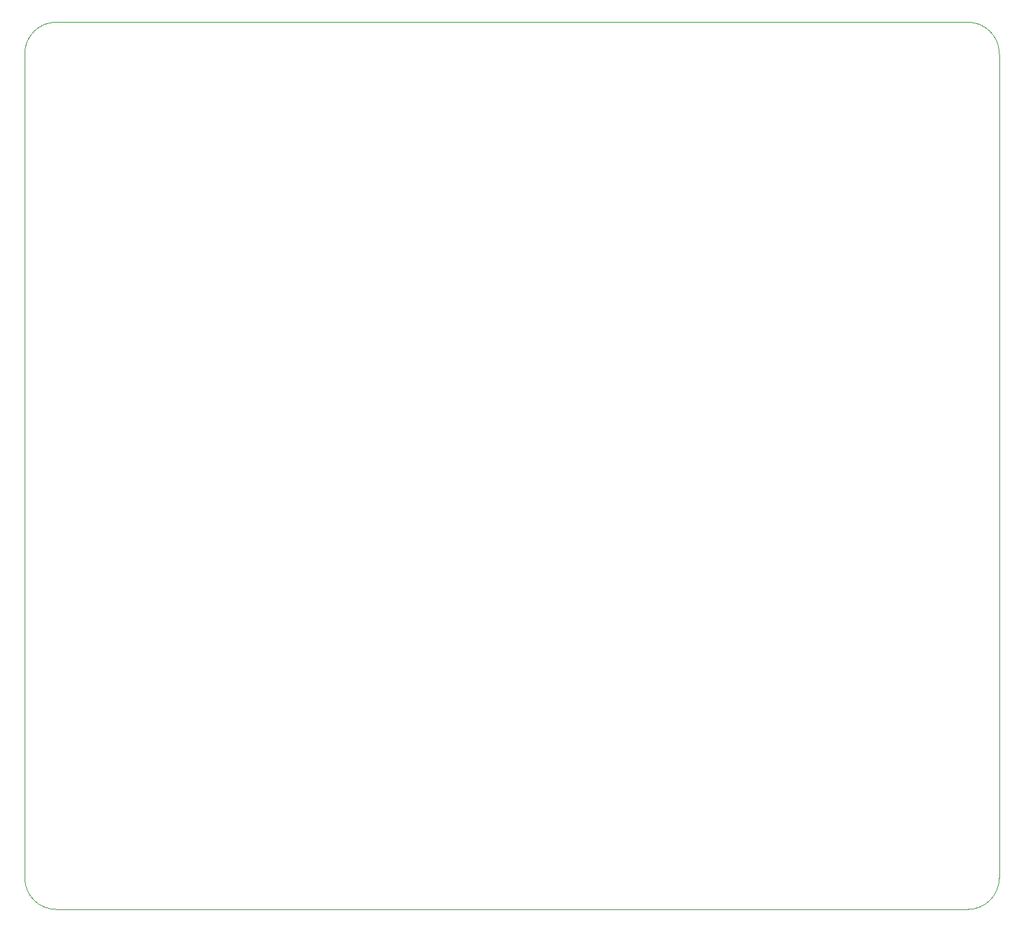
<source format=gbr>
%TF.GenerationSoftware,KiCad,Pcbnew,7.0.1*%
%TF.CreationDate,2023-09-10T19:31:46+01:00*%
%TF.ProjectId,Control_board,436f6e74-726f-46c5-9f62-6f6172642e6b,rev?*%
%TF.SameCoordinates,Original*%
%TF.FileFunction,Profile,NP*%
%FSLAX46Y46*%
G04 Gerber Fmt 4.6, Leading zero omitted, Abs format (unit mm)*
G04 Created by KiCad (PCBNEW 7.0.1) date 2023-09-10 19:31:46*
%MOMM*%
%LPD*%
G01*
G04 APERTURE LIST*
%TA.AperFunction,Profile*%
%ADD10C,0.100000*%
%TD*%
G04 APERTURE END LIST*
D10*
X197000000Y-49000000D02*
X197000000Y-154000000D01*
X193000000Y-158000000D02*
X77000000Y-158000000D01*
X197000000Y-49000000D02*
G75*
G03*
X193000000Y-45000000I-4000000J0D01*
G01*
X73000000Y-154000000D02*
X73000000Y-49000000D01*
X77000000Y-45000000D02*
G75*
G03*
X73000000Y-49000000I0J-4000000D01*
G01*
X73000000Y-154000000D02*
G75*
G03*
X77000000Y-158000000I4000000J0D01*
G01*
X193000000Y-158000000D02*
G75*
G03*
X197000000Y-154000000I0J4000000D01*
G01*
X77000000Y-45000000D02*
X193000000Y-45000000D01*
M02*

</source>
